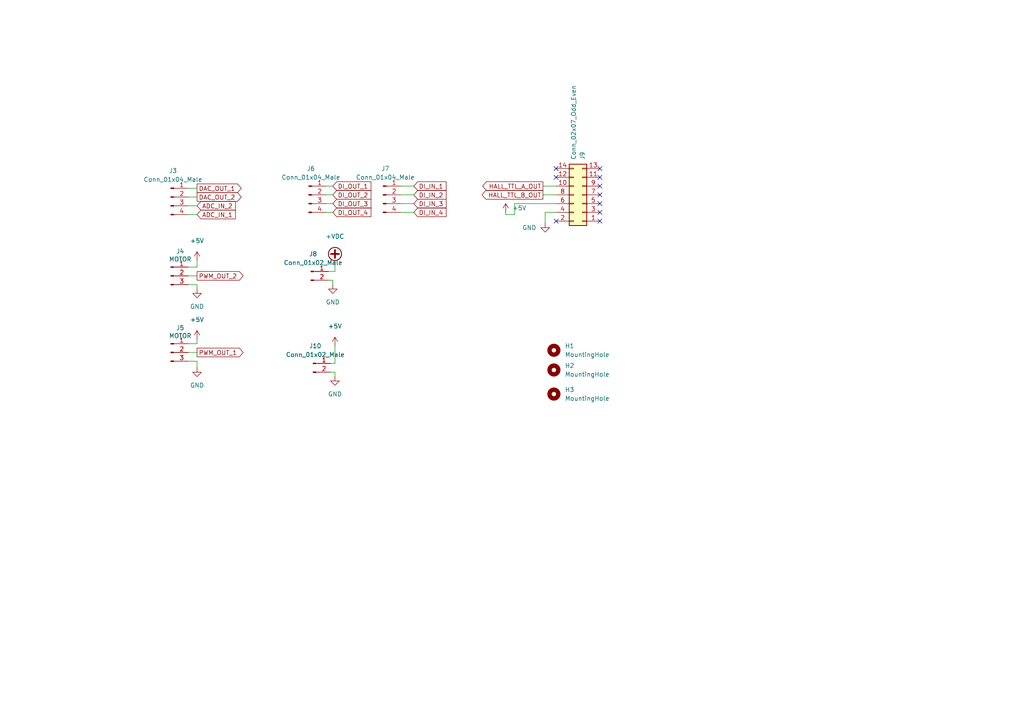
<source format=kicad_sch>
(kicad_sch (version 20211123) (generator eeschema)
  (paper "A4")
  (lib_symbols
    (symbol "Connector:Conn_01x02_Male" (pin_names (offset 1.016) hide)
      (property "Reference" "J" (at 0 2.54 0))
      (property "Value" "Conn_01x02_Male" (at 0 -5.08 0))
      (symbol "Conn_01x02_Male_1_1"
        (polyline (pts (xy 1.27 -2.54) (xy 0.8636 -2.54)) (stroke (width 0.1524)))
        (polyline (pts (xy 1.27 0) (xy 0.8636 0)) (stroke (width 0.1524)))
        (rectangle (start 0.8636 -2.413) (end 0 -2.667) (stroke (width 0.1524)) (fill (type outline)))
        (rectangle (start 0.8636 0.127) (end 0 -0.127) (stroke (width 0.1524)) (fill (type outline)))
        (pin passive line (at 5.08 0 180) (length 3.81) (name "Pin_1") (number "1"))
        (pin passive line (at 5.08 -2.54 180) (length 3.81) (name "Pin_2") (number "2"))
      )
    )
    (symbol "Connector:Conn_01x03_Male" (pin_names (offset 1.016) hide)
      (property "Reference" "J" (at 0 5.08 0))
      (property "Value" "Conn_01x03_Male" (at 0 -5.08 0))
      (symbol "Conn_01x03_Male_1_1"
        (polyline (pts (xy 1.27 -2.54) (xy 0.8636 -2.54)) (stroke (width 0.1524)))
        (polyline (pts (xy 1.27 0) (xy 0.8636 0)) (stroke (width 0.1524)))
        (polyline (pts (xy 1.27 2.54) (xy 0.8636 2.54)) (stroke (width 0.1524)))
        (rectangle (start 0.8636 -2.413) (end 0 -2.667) (stroke (width 0.1524)) (fill (type outline)))
        (rectangle (start 0.8636 0.127) (end 0 -0.127) (stroke (width 0.1524)) (fill (type outline)))
        (rectangle (start 0.8636 2.667) (end 0 2.413) (stroke (width 0.1524)) (fill (type outline)))
        (pin passive line (at 5.08 2.54 180) (length 3.81) (name "Pin_1") (number "1"))
        (pin passive line (at 5.08 0 180) (length 3.81) (name "Pin_2") (number "2"))
        (pin passive line (at 5.08 -2.54 180) (length 3.81) (name "Pin_3") (number "3"))
      )
    )
    (symbol "Connector:Conn_01x04_Male" (pin_names (offset 1.016) hide)
      (property "Reference" "J" (at 0 5.08 0))
      (property "Value" "Conn_01x04_Male" (at 0 -7.62 0))
      (symbol "Conn_01x04_Male_1_1"
        (polyline (pts (xy 1.27 -5.08) (xy 0.8636 -5.08)) (stroke (width 0.1524)))
        (polyline (pts (xy 1.27 -2.54) (xy 0.8636 -2.54)) (stroke (width 0.1524)))
        (polyline (pts (xy 1.27 0) (xy 0.8636 0)) (stroke (width 0.1524)))
        (polyline (pts (xy 1.27 2.54) (xy 0.8636 2.54)) (stroke (width 0.1524)))
        (rectangle (start 0.8636 -4.953) (end 0 -5.207) (stroke (width 0.1524)) (fill (type outline)))
        (rectangle (start 0.8636 -2.413) (end 0 -2.667) (stroke (width 0.1524)) (fill (type outline)))
        (rectangle (start 0.8636 0.127) (end 0 -0.127) (stroke (width 0.1524)) (fill (type outline)))
        (rectangle (start 0.8636 2.667) (end 0 2.413) (stroke (width 0.1524)) (fill (type outline)))
        (pin passive line (at 5.08 2.54 180) (length 3.81) (name "Pin_1") (number "1"))
        (pin passive line (at 5.08 0 180) (length 3.81) (name "Pin_2") (number "2"))
        (pin passive line (at 5.08 -2.54 180) (length 3.81) (name "Pin_3") (number "3"))
        (pin passive line (at 5.08 -5.08 180) (length 3.81) (name "Pin_4") (number "4"))
      )
    )
    (symbol "Connector_Generic:Conn_02x07_Odd_Even" (pin_names (offset 1.016) hide)
      (property "Reference" "J" (at 1.27 10.16 0))
      (property "Value" "Conn_02x07_Odd_Even" (at 1.27 -10.16 0))
      (symbol "Conn_02x07_Odd_Even_1_1"
        (rectangle (start -1.27 -7.493) (end 0 -7.747) (stroke (width 0.1524)))
        (rectangle (start -1.27 -4.953) (end 0 -5.207) (stroke (width 0.1524)))
        (rectangle (start -1.27 -2.413) (end 0 -2.667) (stroke (width 0.1524)))
        (rectangle (start -1.27 0.127) (end 0 -0.127) (stroke (width 0.1524)))
        (rectangle (start -1.27 2.667) (end 0 2.413) (stroke (width 0.1524)))
        (rectangle (start -1.27 5.207) (end 0 4.953) (stroke (width 0.1524)))
        (rectangle (start -1.27 7.747) (end 0 7.493) (stroke (width 0.1524)))
        (rectangle (start -1.27 8.89) (end 3.81 -8.89) (stroke (width 0.254)) (fill (type background)))
        (rectangle (start 3.81 -7.493) (end 2.54 -7.747) (stroke (width 0.1524)))
        (rectangle (start 3.81 -4.953) (end 2.54 -5.207) (stroke (width 0.1524)))
        (rectangle (start 3.81 -2.413) (end 2.54 -2.667) (stroke (width 0.1524)))
        (rectangle (start 3.81 0.127) (end 2.54 -0.127) (stroke (width 0.1524)))
        (rectangle (start 3.81 2.667) (end 2.54 2.413) (stroke (width 0.1524)))
        (rectangle (start 3.81 5.207) (end 2.54 4.953) (stroke (width 0.1524)))
        (rectangle (start 3.81 7.747) (end 2.54 7.493) (stroke (width 0.1524)))
        (pin passive line (at -5.08 7.62 0) (length 3.81) (name "Pin_1") (number "1"))
        (pin passive line (at 7.62 -2.54 180) (length 3.81) (name "Pin_10") (number "10"))
        (pin passive line (at -5.08 -5.08 0) (length 3.81) (name "Pin_11") (number "11"))
        (pin passive line (at 7.62 -5.08 180) (length 3.81) (name "Pin_12") (number "12"))
        (pin passive line (at -5.08 -7.62 0) (length 3.81) (name "Pin_13") (number "13"))
        (pin passive line (at 7.62 -7.62 180) (length 3.81) (name "Pin_14") (number "14"))
        (pin passive line (at 7.62 7.62 180) (length 3.81) (name "Pin_2") (number "2"))
        (pin passive line (at -5.08 5.08 0) (length 3.81) (name "Pin_3") (number "3"))
        (pin passive line (at 7.62 5.08 180) (length 3.81) (name "Pin_4") (number "4"))
        (pin passive line (at -5.08 2.54 0) (length 3.81) (name "Pin_5") (number "5"))
        (pin passive line (at 7.62 2.54 180) (length 3.81) (name "Pin_6") (number "6"))
        (pin passive line (at -5.08 0 0) (length 3.81) (name "Pin_7") (number "7"))
        (pin passive line (at 7.62 0 180) (length 3.81) (name "Pin_8") (number "8"))
        (pin passive line (at -5.08 -2.54 0) (length 3.81) (name "Pin_9") (number "9"))
      )
    )
    (symbol "Mechanical:MountingHole" (pin_names (offset 1.016))
      (property "Reference" "H" (at 0 5.08 0))
      (property "Value" "MountingHole" (at 0 3.175 0))
      (symbol "MountingHole_0_1"
        (circle (center 0 0) (radius 1.27) (stroke (width 1.27)))
      )
    )
    (symbol "power:+5V" (power) (pin_names (offset 0))
      (property "Value" "+5V" (at 0 3.556 0))
      (symbol "+5V_0_1"
        (polyline (pts (xy -0.762 1.27) (xy 0 2.54)))
        (polyline (pts (xy 0 0) (xy 0 2.54)))
        (polyline (pts (xy 0 2.54) (xy 0.762 1.27)))
      )
      (symbol "+5V_1_1"
        (pin power_in line (at 0 0 90) (length 0) hide (name "+5V") (number "1"))
      )
    )
    (symbol "power:+VDC" (power) (pin_names (offset 0))
      (property "Value" "+VDC" (at 0 6.35 0))
      (symbol "+VDC_0_1"
        (polyline (pts (xy -1.143 3.175) (xy 1.143 3.175)) (stroke (width 0.508)))
        (polyline (pts (xy 0 0) (xy 0 1.27)))
        (polyline (pts (xy 0 2.032) (xy 0 4.318)) (stroke (width 0.508)))
        (circle (center 0 3.175) (radius 1.905) (stroke (width 0.254)))
      )
      (symbol "+VDC_1_1"
        (pin power_in line (at 0 0 90) (length 0) hide (name "+VDC") (number "1"))
      )
    )
    (symbol "power:GND" (power) (pin_names (offset 0))
      (property "Value" "GND" (at 0 -3.81 0))
      (symbol "GND_0_1"
        (polyline (pts (xy 0 0) (xy 0 -1.27) (xy 1.27 -1.27) (xy 0 -2.54) (xy -1.27 -1.27) (xy 0 -1.27)))
      )
      (symbol "GND_1_1"
        (pin power_in line (at 0 0 270) (length 0) hide (name "GND") (number "1"))
      )
    )
  )
  (no_connect (at 161.29 51.435))
  (no_connect (at 161.29 48.895))
  (no_connect (at 173.99 48.895))
  (no_connect (at 173.99 59.055))
  (no_connect (at 173.99 56.515))
  (no_connect (at 173.99 53.975))
  (no_connect (at 173.99 61.595))
  (no_connect (at 173.99 51.435))
  (no_connect (at 173.99 64.135))
  (no_connect (at 161.29 64.135))
  (wire (pts (xy 57.15 104.775) (xy 54.61 104.775)))
  (wire (pts (xy 97.155 100.33) (xy 97.155 105.41)))
  (wire (pts (xy 94.615 53.975) (xy 96.52 53.975)))
  (wire (pts (xy 54.61 59.69) (xy 57.15 59.69)))
  (wire (pts (xy 116.205 53.975) (xy 120.015 53.975)))
  (wire (pts (xy 146.685 61.595) (xy 146.685 62.23)))
  (wire (pts (xy 94.615 59.055) (xy 96.52 59.055)))
  (wire (pts (xy 146.685 62.23) (xy 149.225 62.23)))
  (wire (pts (xy 116.205 56.515) (xy 120.015 56.515)))
  (wire (pts (xy 158.115 64.77) (xy 158.115 61.595)))
  (wire (pts (xy 54.61 54.61) (xy 57.15 54.61)))
  (wire (pts (xy 54.61 62.23) (xy 57.15 62.23)))
  (wire (pts (xy 94.615 61.595) (xy 96.52 61.595)))
  (wire (pts (xy 94.615 56.515) (xy 96.52 56.515)))
  (wire (pts (xy 54.61 77.47) (xy 57.15 77.47)))
  (wire (pts (xy 54.61 82.55) (xy 57.15 82.55)))
  (wire (pts (xy 116.205 59.055) (xy 120.015 59.055)))
  (wire (pts (xy 57.15 99.695) (xy 57.15 98.425)))
  (wire (pts (xy 54.61 57.15) (xy 57.15 57.15)))
  (wire (pts (xy 57.15 106.68) (xy 57.15 104.775)))
  (wire (pts (xy 161.29 53.975) (xy 157.48 53.975)))
  (wire (pts (xy 158.115 61.595) (xy 161.29 61.595)))
  (wire (pts (xy 54.61 102.235) (xy 57.15 102.235)))
  (wire (pts (xy 54.61 99.695) (xy 57.15 99.695)))
  (wire (pts (xy 149.225 59.055) (xy 161.29 59.055)))
  (wire (pts (xy 95.25 78.74) (xy 97.155 78.74)))
  (wire (pts (xy 57.15 77.47) (xy 57.15 75.565)))
  (wire (pts (xy 97.155 78.74) (xy 97.155 76.835)))
  (wire (pts (xy 54.61 80.01) (xy 57.15 80.01)))
  (wire (pts (xy 57.15 82.55) (xy 57.15 83.82)))
  (wire (pts (xy 149.225 62.23) (xy 149.225 59.055)))
  (wire (pts (xy 97.155 105.41) (xy 95.885 105.41)))
  (wire (pts (xy 161.29 56.515) (xy 157.48 56.515)))
  (wire (pts (xy 116.205 61.595) (xy 120.015 61.595)))
  (wire (pts (xy 97.155 107.95) (xy 97.155 109.22)))
  (wire (pts (xy 96.52 81.28) (xy 96.52 82.55)))
  (wire (pts (xy 95.885 107.95) (xy 97.155 107.95)))
  (wire (pts (xy 95.25 81.28) (xy 96.52 81.28)))
  (global_label "DI_IN_3" (shape input) (at 120.015 59.055 0) (property "Intersheet References" "${INTERSHEET_REFS}" (effects hide)))
  (global_label "DI_IN_4" (shape input) (at 120.015 61.595 0) (property "Intersheet References" "${INTERSHEET_REFS}" (effects hide)))
  (global_label "DAC_OUT_2" (shape output) (at 57.15 57.15 0) (property "Intersheet References" "${INTERSHEET_REFS}" (effects hide)))
  (global_label "DI_IN_2" (shape input) (at 120.015 56.515 0) (property "Intersheet References" "${INTERSHEET_REFS}" (effects hide)))
  (global_label "DI_OUT_1" (shape input) (at 96.52 53.975 0) (property "Intersheet References" "${INTERSHEET_REFS}" (effects hide)))
  (global_label "PWM_OUT_1" (shape output) (at 57.15 102.235 0) (property "Intersheet References" "${INTERSHEET_REFS}" (effects hide)))
  (global_label "ADC_IN_1" (shape input) (at 57.15 62.23 0) (property "Intersheet References" "${INTERSHEET_REFS}" (effects hide)))
  (global_label "PWM_OUT_2" (shape output) (at 57.15 80.01 0) (property "Intersheet References" "${INTERSHEET_REFS}" (effects hide)))
  (global_label "DI_OUT_2" (shape input) (at 96.52 56.515 0) (property "Intersheet References" "${INTERSHEET_REFS}" (effects hide)))
  (global_label "HALL_TTL_A_OUT" (shape output) (at 157.48 53.975 180) (property "Intersheet References" "${INTERSHEET_REFS}" (effects hide)))
  (global_label "ADC_IN_2" (shape input) (at 57.15 59.69 0) (property "Intersheet References" "${INTERSHEET_REFS}" (effects hide)))
  (global_label "HALL_TTL_B_OUT" (shape output) (at 157.48 56.515 180) (property "Intersheet References" "${INTERSHEET_REFS}" (effects hide)))
  (global_label "DAC_OUT_1" (shape output) (at 57.15 54.61 0) (property "Intersheet References" "${INTERSHEET_REFS}" (effects hide)))
  (global_label "DI_OUT_3" (shape input) (at 96.52 59.055 0) (property "Intersheet References" "${INTERSHEET_REFS}" (effects hide)))
  (global_label "DI_OUT_4" (shape input) (at 96.52 61.595 0) (property "Intersheet References" "${INTERSHEET_REFS}" (effects hide)))
  (global_label "DI_IN_1" (shape input) (at 120.015 53.975 0) (property "Intersheet References" "${INTERSHEET_REFS}" (effects hide)))
  (symbol (lib_id "power:GND") (at 97.155 109.22 0) (unit 1)
    (property "Reference" "#PWR0210" (effects hide))
    (property "Value" "GND" (at 97.155 114.3 0))
  )
  (symbol (lib_id "Connector:Conn_01x03_Male") (at 49.53 80.01 0) (unit 1)
    (property "Reference" "J4" (at 52.2732 72.8726 0))
    (property "Value" "MOTOR" (at 52.2732 75.184 0))
    (property "Footprint" "Connector_PinHeader_2.54mm:PinHeader_1x03_P2.54mm_Vertical" (effects hide))
    (property "Datasheet" "https://www.mouser.ch/datasheet/2/527/tsw_th-1346046.pdf" (effects hide))
    (property "Hersteller Nr." "TSW-103-15-T-S" (effects hide))
    (property "Mouser Nr." "200-TSW-103-15-T-S" (effects hide))
  )
  (symbol (lib_id "power:GND") (at 96.52 82.55 0) (unit 1)
    (property "Reference" "#PWR0204" (effects hide))
    (property "Value" "GND" (at 96.52 87.63 0))
  )
  (symbol (lib_id "power:+5V") (at 57.15 98.425 0) (unit 1)
    (property "Reference" "#PWR0202" (effects hide))
    (property "Value" "+5V" (at 57.15 92.71 0))
  )
  (symbol (lib_id "Connector:Conn_01x03_Male") (at 49.53 102.235 0) (unit 1)
    (property "Reference" "J5" (at 52.2732 95.0976 0))
    (property "Value" "MOTOR" (at 52.2732 97.409 0))
    (property "Footprint" "Connector_PinHeader_2.54mm:PinHeader_1x03_P2.54mm_Vertical" (effects hide))
    (property "Datasheet" "https://www.mouser.ch/datasheet/2/527/tsw_th-1346046.pdf" (effects hide))
    (property "Hersteller Nr." "TSW-103-15-T-S" (effects hide))
    (property "Mouser Nr." "200-TSW-103-15-T-S" (effects hide))
  )
  (symbol (lib_id "power:+5V") (at 146.685 61.595 0) (unit 1)
    (property "Reference" "#PWR0195" (effects hide))
    (property "Value" "+5V" (at 148.59 60.3249 0) (effects (justify left)))
  )
  (symbol (lib_id "Connector_Generic:Conn_02x07_Odd_Even") (at 168.91 56.515 180) (unit 1)
    (property "Reference" "J9" (at 168.9101 46.355 90) (effects (justify right)))
    (property "Value" "Conn_02x07_Odd_Even" (at 166.3701 46.355 90) (effects (justify right)))
    (property "Footprint" "Connector_PinHeader_1.27mm:PinHeader_2x07_P1.27mm_Vertical_SMD" (effects hide))
  )
  (symbol (lib_id "power:+5V") (at 57.15 75.565 0) (unit 1)
    (property "Reference" "#PWR0199" (effects hide))
    (property "Value" "+5V" (at 57.15 69.85 0))
  )
  (symbol (lib_id "Connector:Conn_01x02_Male") (at 90.805 105.41 0) (unit 1)
    (property "Reference" "J10" (at 91.44 100.33 0))
    (property "Value" "Conn_01x02_Male" (at 91.44 102.87 0))
    (property "Footprint" "Connector_PinHeader_2.54mm:PinHeader_1x02_P2.54mm_Vertical" (effects hide))
  )
  (symbol (lib_id "Connector:Conn_01x04_Male") (at 89.535 56.515 0) (unit 1)
    (property "Reference" "J6" (at 90.17 48.895 0))
    (property "Value" "Conn_01x04_Male" (at 90.17 51.435 0))
    (property "Footprint" "Connector_PinHeader_2.54mm:PinHeader_1x04_P2.54mm_Vertical" (effects hide))
  )
  (symbol (lib_id "power:GND") (at 158.115 64.77 0) (unit 1)
    (property "Reference" "#PWR0194" (effects hide))
    (property "Value" "GND" (at 155.575 66.0401 0) (effects (justify right)))
  )
  (symbol (lib_id "power:GND") (at 57.15 83.82 0) (unit 1)
    (property "Reference" "#PWR0201" (effects hide))
    (property "Value" "GND" (at 57.15 88.9 0))
  )
  (symbol (lib_id "power:GND") (at 57.15 106.68 0) (unit 1)
    (property "Reference" "#PWR0198" (effects hide))
    (property "Value" "GND" (at 57.15 111.76 0))
  )
  (symbol (lib_id "Connector:Conn_01x04_Male") (at 111.125 56.515 0) (unit 1)
    (property "Reference" "J7" (at 111.76 48.895 0))
    (property "Value" "Conn_01x04_Male" (at 111.76 51.435 0))
    (property "Footprint" "Connector_PinHeader_2.54mm:PinHeader_1x04_P2.54mm_Vertical" (effects hide))
  )
  (symbol (lib_id "Mechanical:MountingHole") (at 160.655 107.315 0) (unit 1)
    (property "Reference" "H2" (at 163.83 106.0449 0) (effects (justify left)))
    (property "Value" "MountingHole" (at 163.83 108.5849 0) (effects (justify left)))
    (property "Footprint" "MountingHole:MountingHole_3.2mm_M3" (effects hide))
  )
  (symbol (lib_id "power:+VDC") (at 97.155 76.835 0) (unit 1)
    (property "Reference" "#PWR0205" (effects hide))
    (property "Value" "+VDC" (at 97.155 68.58 0))
  )
  (symbol (lib_id "Connector:Conn_01x04_Male") (at 49.53 57.15 0) (unit 1)
    (property "Reference" "J3" (at 50.165 49.53 0))
    (property "Value" "Conn_01x04_Male" (at 50.165 52.07 0))
    (property "Footprint" "Connector_PinHeader_2.54mm:PinHeader_1x04_P2.54mm_Vertical" (effects hide))
  )
  (symbol (lib_id "Connector:Conn_01x02_Male") (at 90.17 78.74 0) (unit 1)
    (property "Reference" "J8" (at 90.805 73.66 0))
    (property "Value" "Conn_01x02_Male" (at 90.805 76.2 0))
    (property "Footprint" "Connector_PinHeader_2.54mm:PinHeader_1x02_P2.54mm_Vertical" (effects hide))
  )
  (symbol (lib_id "Mechanical:MountingHole") (at 160.655 101.6 0) (unit 1)
    (property "Reference" "H1" (at 163.83 100.3299 0) (effects (justify left)))
    (property "Value" "MountingHole" (at 163.83 102.8699 0) (effects (justify left)))
    (property "Footprint" "MountingHole:MountingHole_3.2mm_M3" (effects hide))
  )
  (symbol (lib_id "power:+5V") (at 97.155 100.33 0) (unit 1)
    (property "Reference" "#PWR0209" (effects hide))
    (property "Value" "+5V" (at 97.155 94.615 0))
  )
  (symbol (lib_id "Mechanical:MountingHole") (at 160.655 114.3 0) (unit 1)
    (property "Reference" "H3" (at 163.83 113.0299 0) (effects (justify left)))
    (property "Value" "MountingHole" (at 163.83 115.5699 0) (effects (justify left)))
    (property "Footprint" "MountingHole:MountingHole_3.2mm_M3" (effects hide))
  )
)
</source>
